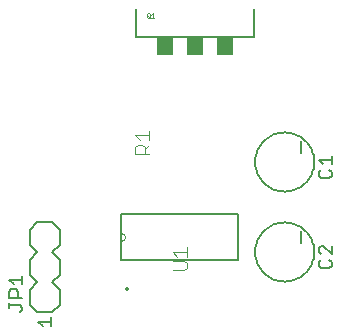
<source format=gto>
G75*
%MOIN*%
%OFA0B0*%
%FSLAX24Y24*%
%IPPOS*%
%LPD*%
%AMOC8*
5,1,8,0,0,1.08239X$1,22.5*
%
%ADD10C,0.0000*%
%ADD11C,0.0060*%
%ADD12C,0.0030*%
%ADD13C,0.0080*%
%ADD14R,0.0575X0.0591*%
%ADD15C,0.0010*%
%ADD16C,0.0040*%
D10*
X004040Y002530D02*
X007940Y002530D01*
X007940Y004070D01*
X004040Y004070D01*
X004040Y003420D01*
X004040Y003180D01*
X004040Y002530D01*
X004040Y003180D02*
X004061Y003182D01*
X004081Y003187D01*
X004100Y003196D01*
X004117Y003208D01*
X004132Y003223D01*
X004144Y003240D01*
X004153Y003259D01*
X004158Y003279D01*
X004160Y003300D01*
X004158Y003321D01*
X004153Y003341D01*
X004144Y003360D01*
X004132Y003377D01*
X004117Y003392D01*
X004100Y003404D01*
X004081Y003413D01*
X004061Y003418D01*
X004040Y003420D01*
X004061Y003418D01*
X004081Y003413D01*
X004100Y003404D01*
X004117Y003392D01*
X004132Y003377D01*
X004144Y003360D01*
X004153Y003341D01*
X004158Y003321D01*
X004160Y003300D01*
X004158Y003279D01*
X004153Y003259D01*
X004144Y003240D01*
X004132Y003223D01*
X004117Y003208D01*
X004100Y003196D01*
X004081Y003187D01*
X004061Y003182D01*
X004040Y003180D01*
X004061Y003182D01*
X004081Y003187D01*
X004100Y003196D01*
X004117Y003208D01*
X004132Y003223D01*
X004144Y003240D01*
X004153Y003259D01*
X004158Y003279D01*
X004160Y003300D01*
X004158Y003321D01*
X004153Y003341D01*
X004144Y003360D01*
X004132Y003377D01*
X004117Y003392D01*
X004100Y003404D01*
X004081Y003413D01*
X004061Y003418D01*
X004040Y003420D01*
X004240Y001610D02*
X004231Y001609D01*
X004222Y001604D01*
X004216Y001598D01*
X004211Y001589D01*
X004210Y001580D01*
X004211Y001571D01*
X004216Y001562D01*
X004222Y001556D01*
X004231Y001551D01*
X004240Y001550D01*
X004249Y001551D01*
X004258Y001556D01*
X004264Y001562D01*
X004269Y001571D01*
X004270Y001580D01*
X004269Y001589D01*
X004264Y001598D01*
X004258Y001604D01*
X004249Y001609D01*
X004240Y001610D01*
X004231Y001609D01*
X004222Y001604D01*
X004216Y001598D01*
X004211Y001589D01*
X004210Y001580D01*
X004211Y001571D01*
X004216Y001562D01*
X004222Y001556D01*
X004231Y001551D01*
X004240Y001550D01*
X004249Y001551D01*
X004258Y001556D01*
X004264Y001562D01*
X004269Y001571D01*
X004270Y001580D01*
X004269Y001589D01*
X004264Y001598D01*
X004258Y001604D01*
X004249Y001609D01*
X004240Y001610D01*
D11*
X004231Y001609D01*
X004222Y001604D01*
X004216Y001598D01*
X004211Y001589D01*
X004210Y001580D01*
X004211Y001571D01*
X004216Y001562D01*
X004222Y001556D01*
X004231Y001551D01*
X004240Y001550D01*
X004249Y001551D01*
X004258Y001556D01*
X004264Y001562D01*
X004269Y001571D01*
X004270Y001580D01*
X004269Y001589D01*
X004264Y001598D01*
X004258Y001604D01*
X004249Y001609D01*
X004240Y001610D01*
X004040Y002530D02*
X007940Y002530D01*
X007940Y004070D01*
X004040Y004070D01*
X004040Y003420D01*
X004040Y003180D01*
X004040Y002530D01*
D12*
X005755Y002499D02*
X006147Y002499D01*
X006225Y002420D01*
X006225Y002263D01*
X006147Y002185D01*
X005755Y002185D01*
X005911Y002645D02*
X005755Y002802D01*
X006225Y002802D01*
X006225Y002645D02*
X006225Y002959D01*
D13*
X000310Y001090D02*
X000310Y000950D01*
X000310Y001020D02*
X000660Y001020D01*
X000730Y000950D01*
X000730Y000880D01*
X000660Y000810D01*
X000990Y001050D02*
X001240Y000800D01*
X001740Y000800D01*
X001990Y001050D01*
X001990Y001550D01*
X001740Y001800D01*
X001990Y002050D01*
X001990Y002550D01*
X001740Y002800D01*
X001990Y003050D01*
X001990Y003550D01*
X001740Y003800D01*
X001240Y003800D01*
X000990Y003550D01*
X000990Y003050D01*
X001240Y002800D01*
X000990Y002550D01*
X000990Y002050D01*
X001240Y001800D01*
X000990Y001550D01*
X000990Y001050D01*
X000730Y001270D02*
X000310Y001270D01*
X000310Y001481D01*
X000380Y001551D01*
X000520Y001551D01*
X000590Y001481D01*
X000590Y001270D01*
X000730Y001731D02*
X000730Y002011D01*
X000730Y001871D02*
X000310Y001871D01*
X000450Y001731D01*
X001280Y000480D02*
X001700Y000480D01*
X001700Y000340D02*
X001700Y000620D01*
X001420Y000340D02*
X001280Y000480D01*
X004521Y009961D02*
X004521Y010906D01*
X004521Y009961D02*
X008459Y009961D01*
X008459Y010906D01*
X010040Y006500D02*
X010040Y006100D01*
X008506Y005800D02*
X008508Y005862D01*
X008514Y005925D01*
X008524Y005986D01*
X008538Y006047D01*
X008555Y006107D01*
X008576Y006166D01*
X008602Y006223D01*
X008630Y006278D01*
X008662Y006332D01*
X008698Y006383D01*
X008736Y006433D01*
X008778Y006479D01*
X008822Y006523D01*
X008870Y006564D01*
X008919Y006602D01*
X008971Y006636D01*
X009025Y006667D01*
X009081Y006695D01*
X009139Y006719D01*
X009198Y006740D01*
X009258Y006756D01*
X009319Y006769D01*
X009381Y006778D01*
X009443Y006783D01*
X009506Y006784D01*
X009568Y006781D01*
X009630Y006774D01*
X009692Y006763D01*
X009752Y006748D01*
X009812Y006730D01*
X009870Y006708D01*
X009927Y006682D01*
X009982Y006652D01*
X010035Y006619D01*
X010086Y006583D01*
X010134Y006544D01*
X010180Y006501D01*
X010223Y006456D01*
X010263Y006408D01*
X010300Y006358D01*
X010334Y006305D01*
X010365Y006251D01*
X010391Y006195D01*
X010415Y006137D01*
X010434Y006077D01*
X010450Y006017D01*
X010462Y005955D01*
X010470Y005894D01*
X010474Y005831D01*
X010474Y005769D01*
X010470Y005706D01*
X010462Y005645D01*
X010450Y005583D01*
X010434Y005523D01*
X010415Y005463D01*
X010391Y005405D01*
X010365Y005349D01*
X010334Y005295D01*
X010300Y005242D01*
X010263Y005192D01*
X010223Y005144D01*
X010180Y005099D01*
X010134Y005056D01*
X010086Y005017D01*
X010035Y004981D01*
X009982Y004948D01*
X009927Y004918D01*
X009870Y004892D01*
X009812Y004870D01*
X009752Y004852D01*
X009692Y004837D01*
X009630Y004826D01*
X009568Y004819D01*
X009506Y004816D01*
X009443Y004817D01*
X009381Y004822D01*
X009319Y004831D01*
X009258Y004844D01*
X009198Y004860D01*
X009139Y004881D01*
X009081Y004905D01*
X009025Y004933D01*
X008971Y004964D01*
X008919Y004998D01*
X008870Y005036D01*
X008822Y005077D01*
X008778Y005121D01*
X008736Y005167D01*
X008698Y005217D01*
X008662Y005268D01*
X008630Y005322D01*
X008602Y005377D01*
X008576Y005434D01*
X008555Y005493D01*
X008538Y005553D01*
X008524Y005614D01*
X008514Y005675D01*
X008508Y005738D01*
X008506Y005800D01*
X010040Y003500D02*
X010040Y003100D01*
X008506Y002800D02*
X008508Y002862D01*
X008514Y002925D01*
X008524Y002986D01*
X008538Y003047D01*
X008555Y003107D01*
X008576Y003166D01*
X008602Y003223D01*
X008630Y003278D01*
X008662Y003332D01*
X008698Y003383D01*
X008736Y003433D01*
X008778Y003479D01*
X008822Y003523D01*
X008870Y003564D01*
X008919Y003602D01*
X008971Y003636D01*
X009025Y003667D01*
X009081Y003695D01*
X009139Y003719D01*
X009198Y003740D01*
X009258Y003756D01*
X009319Y003769D01*
X009381Y003778D01*
X009443Y003783D01*
X009506Y003784D01*
X009568Y003781D01*
X009630Y003774D01*
X009692Y003763D01*
X009752Y003748D01*
X009812Y003730D01*
X009870Y003708D01*
X009927Y003682D01*
X009982Y003652D01*
X010035Y003619D01*
X010086Y003583D01*
X010134Y003544D01*
X010180Y003501D01*
X010223Y003456D01*
X010263Y003408D01*
X010300Y003358D01*
X010334Y003305D01*
X010365Y003251D01*
X010391Y003195D01*
X010415Y003137D01*
X010434Y003077D01*
X010450Y003017D01*
X010462Y002955D01*
X010470Y002894D01*
X010474Y002831D01*
X010474Y002769D01*
X010470Y002706D01*
X010462Y002645D01*
X010450Y002583D01*
X010434Y002523D01*
X010415Y002463D01*
X010391Y002405D01*
X010365Y002349D01*
X010334Y002295D01*
X010300Y002242D01*
X010263Y002192D01*
X010223Y002144D01*
X010180Y002099D01*
X010134Y002056D01*
X010086Y002017D01*
X010035Y001981D01*
X009982Y001948D01*
X009927Y001918D01*
X009870Y001892D01*
X009812Y001870D01*
X009752Y001852D01*
X009692Y001837D01*
X009630Y001826D01*
X009568Y001819D01*
X009506Y001816D01*
X009443Y001817D01*
X009381Y001822D01*
X009319Y001831D01*
X009258Y001844D01*
X009198Y001860D01*
X009139Y001881D01*
X009081Y001905D01*
X009025Y001933D01*
X008971Y001964D01*
X008919Y001998D01*
X008870Y002036D01*
X008822Y002077D01*
X008778Y002121D01*
X008736Y002167D01*
X008698Y002217D01*
X008662Y002268D01*
X008630Y002322D01*
X008602Y002377D01*
X008576Y002434D01*
X008555Y002493D01*
X008538Y002553D01*
X008524Y002614D01*
X008514Y002675D01*
X008508Y002738D01*
X008506Y002800D01*
X010630Y002800D02*
X010700Y002730D01*
X010630Y002800D02*
X010630Y002940D01*
X010700Y003010D01*
X010770Y003010D01*
X011050Y002730D01*
X011050Y003010D01*
X010980Y002549D02*
X011050Y002479D01*
X011050Y002339D01*
X010980Y002269D01*
X010700Y002269D01*
X010630Y002339D01*
X010630Y002479D01*
X010700Y002549D01*
X010700Y005269D02*
X010980Y005269D01*
X011050Y005339D01*
X011050Y005479D01*
X010980Y005549D01*
X011050Y005730D02*
X011050Y006010D01*
X011050Y005870D02*
X010630Y005870D01*
X010770Y005730D01*
X010700Y005549D02*
X010630Y005479D01*
X010630Y005339D01*
X010700Y005269D01*
D14*
X007490Y009666D03*
X006490Y009666D03*
X005490Y009666D03*
D15*
X005142Y010605D02*
X005042Y010605D01*
X004995Y010605D02*
X004945Y010655D01*
X004920Y010605D02*
X004895Y010630D01*
X004895Y010730D01*
X004920Y010755D01*
X004970Y010755D01*
X004995Y010730D01*
X004995Y010630D01*
X004970Y010605D01*
X004920Y010605D01*
X005042Y010705D02*
X005092Y010755D01*
X005092Y010605D01*
D16*
X004970Y006837D02*
X004970Y006530D01*
X004970Y006377D02*
X004817Y006223D01*
X004817Y006300D02*
X004817Y006070D01*
X004970Y006070D02*
X004510Y006070D01*
X004510Y006300D01*
X004586Y006377D01*
X004740Y006377D01*
X004817Y006300D01*
X004663Y006530D02*
X004510Y006684D01*
X004970Y006684D01*
M02*

</source>
